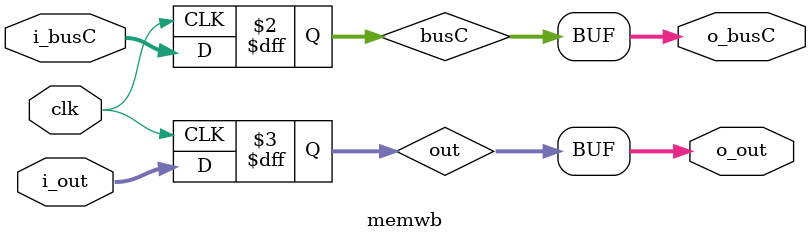
<source format=v>
module memwb(clk, i_busC, i_out, o_busC, o_out);
    input   [31:0]  i_busC;
    input   [31:0]  i_out;
    input           clk;
    output  [31:0]  o_busC;
    output  [31:0]  o_out;

    reg     [31:0]  busC;
    reg     [31:0]  out;

    always @(posedge clk) begin
        busC = i_busC;
        out = i_out;
    end

    assign  o_busC = busC;
    assign  o_out = out;

endmodule // memwb
</source>
